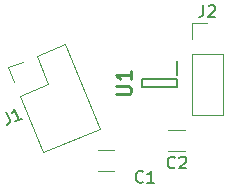
<source format=gbr>
%TF.GenerationSoftware,KiCad,Pcbnew,(6.0.8-1)-1*%
%TF.CreationDate,2024-01-05T14:00:27-06:00*%
%TF.ProjectId,Vishay 357 Pot Amplifier,56697368-6179-4203-9335-3720506f7420,rev?*%
%TF.SameCoordinates,Original*%
%TF.FileFunction,Legend,Top*%
%TF.FilePolarity,Positive*%
%FSLAX46Y46*%
G04 Gerber Fmt 4.6, Leading zero omitted, Abs format (unit mm)*
G04 Created by KiCad (PCBNEW (6.0.8-1)-1) date 2024-01-05 14:00:27*
%MOMM*%
%LPD*%
G01*
G04 APERTURE LIST*
%ADD10C,0.254000*%
%ADD11C,0.150000*%
%ADD12C,0.200000*%
%ADD13C,0.120000*%
G04 APERTURE END LIST*
D10*
%TO.C,U1*%
X142354523Y-105082219D02*
X143382619Y-105082219D01*
X143503571Y-105021742D01*
X143564047Y-104961266D01*
X143624523Y-104840314D01*
X143624523Y-104598409D01*
X143564047Y-104477457D01*
X143503571Y-104416980D01*
X143382619Y-104356504D01*
X142354523Y-104356504D01*
X143624523Y-103086504D02*
X143624523Y-103812219D01*
X143624523Y-103449361D02*
X142354523Y-103449361D01*
X142535952Y-103570314D01*
X142656904Y-103691266D01*
X142717380Y-103812219D01*
D11*
%TO.C,J2*%
X149755266Y-97528580D02*
X149755266Y-98242866D01*
X149707647Y-98385723D01*
X149612409Y-98480961D01*
X149469552Y-98528580D01*
X149374314Y-98528580D01*
X150183838Y-97623819D02*
X150231457Y-97576200D01*
X150326695Y-97528580D01*
X150564790Y-97528580D01*
X150660028Y-97576200D01*
X150707647Y-97623819D01*
X150755266Y-97719057D01*
X150755266Y-97814295D01*
X150707647Y-97957152D01*
X150136219Y-98528580D01*
X150755266Y-98528580D01*
%TO.C,C2*%
X147333333Y-111257142D02*
X147285714Y-111304761D01*
X147142857Y-111352380D01*
X147047619Y-111352380D01*
X146904761Y-111304761D01*
X146809523Y-111209523D01*
X146761904Y-111114285D01*
X146714285Y-110923809D01*
X146714285Y-110780952D01*
X146761904Y-110590476D01*
X146809523Y-110495238D01*
X146904761Y-110400000D01*
X147047619Y-110352380D01*
X147142857Y-110352380D01*
X147285714Y-110400000D01*
X147333333Y-110447619D01*
X147714285Y-110447619D02*
X147761904Y-110400000D01*
X147857142Y-110352380D01*
X148095238Y-110352380D01*
X148190476Y-110400000D01*
X148238095Y-110447619D01*
X148285714Y-110542857D01*
X148285714Y-110638095D01*
X148238095Y-110780952D01*
X147666666Y-111352380D01*
X148285714Y-111352380D01*
%TO.C,C1*%
X144633333Y-112457142D02*
X144585714Y-112504761D01*
X144442857Y-112552380D01*
X144347619Y-112552380D01*
X144204761Y-112504761D01*
X144109523Y-112409523D01*
X144061904Y-112314285D01*
X144014285Y-112123809D01*
X144014285Y-111980952D01*
X144061904Y-111790476D01*
X144109523Y-111695238D01*
X144204761Y-111600000D01*
X144347619Y-111552380D01*
X144442857Y-111552380D01*
X144585714Y-111600000D01*
X144633333Y-111647619D01*
X145585714Y-112552380D02*
X145014285Y-112552380D01*
X145300000Y-112552380D02*
X145300000Y-111552380D01*
X145204761Y-111695238D01*
X145109523Y-111790476D01*
X145014285Y-111838095D01*
%TO.C,J1*%
X133064397Y-106576525D02*
X133331973Y-107238799D01*
X133341336Y-107389092D01*
X133288710Y-107513072D01*
X133174093Y-107610739D01*
X133085790Y-107646416D01*
X134366187Y-107129102D02*
X133836368Y-107343163D01*
X134101277Y-107236133D02*
X133726671Y-106308949D01*
X133691883Y-106477080D01*
X133639256Y-106601060D01*
X133568791Y-106680889D01*
D12*
%TO.C,U1*%
X147550000Y-104464600D02*
X144550000Y-104464600D01*
X144550000Y-103764600D02*
X147550000Y-103764600D01*
X144550000Y-104464600D02*
X144550000Y-103764600D01*
X147550000Y-103764600D02*
X147550000Y-104464600D01*
X147550000Y-102214600D02*
X147550000Y-103414600D01*
D13*
%TO.C,J2*%
X148758600Y-106816200D02*
X151418600Y-106816200D01*
X148758600Y-100406200D02*
X148758600Y-99076200D01*
X148758600Y-101676200D02*
X148758600Y-106816200D01*
X148758600Y-101676200D02*
X151418600Y-101676200D01*
X148758600Y-99076200D02*
X150088600Y-99076200D01*
X151418600Y-101676200D02*
X151418600Y-106816200D01*
%TO.C,C2*%
X146788748Y-109910000D02*
X148211252Y-109910000D01*
X146788748Y-108090000D02*
X148211252Y-108090000D01*
%TO.C,C1*%
X142211252Y-111610000D02*
X140788748Y-111610000D01*
X142211252Y-109790000D02*
X140788748Y-109790000D01*
%TO.C,J1*%
X134214555Y-105212235D02*
X136625233Y-104238258D01*
X136140033Y-109977960D02*
X140961389Y-108030006D01*
X133240578Y-102801557D02*
X134473732Y-102303330D01*
X133738804Y-104034712D02*
X133240578Y-102801557D01*
X138061934Y-100853603D02*
X140961389Y-108030006D01*
X136625233Y-104238258D02*
X135651256Y-101827580D01*
X134214555Y-105212235D02*
X136140033Y-109977960D01*
X135651256Y-101827580D02*
X138061934Y-100853603D01*
%TD*%
M02*

</source>
